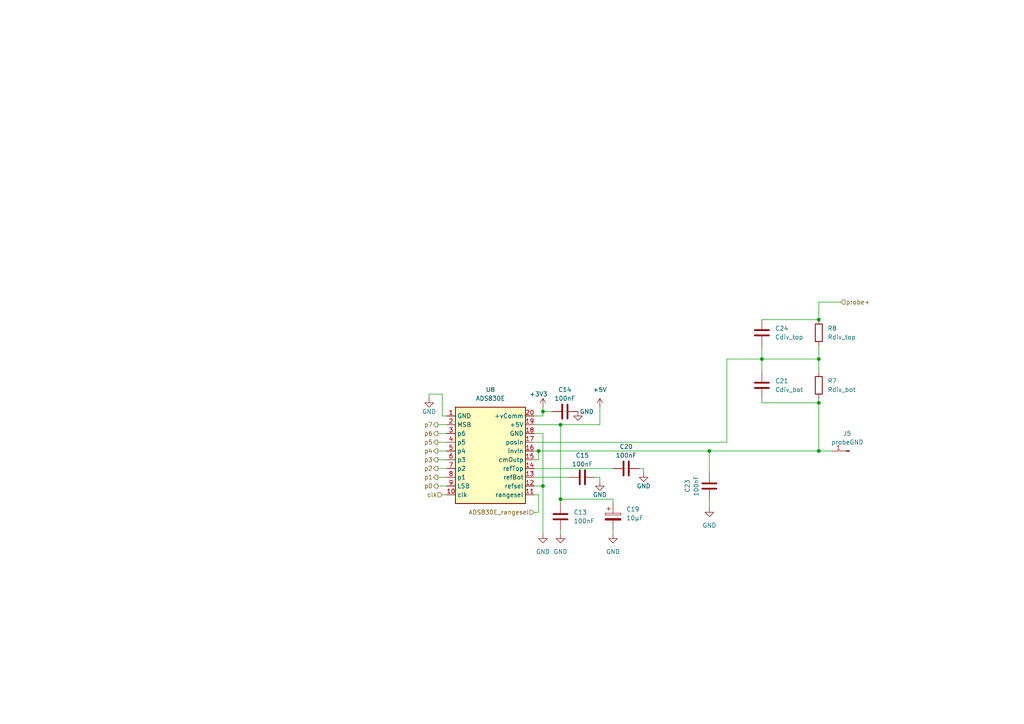
<source format=kicad_sch>
(kicad_sch (version 20211123) (generator eeschema)
  (paper "A4")
  (lib_symbols
    (symbol "Connector:Conn_01x01_Male" (pin_names (offset 1.016) hide)
      (property "Reference" "J" (at 0 2.54 0))
      (property "Value" "Conn_01x01_Male" (at 0 -2.54 0))
      (symbol "Conn_01x01_Male_1_1"
        (polyline (pts (xy 1.27 0) (xy 0.8636 0)) (stroke (width 0.1524)))
        (rectangle (start 0.8636 0.127) (end 0 -0.127) (stroke (width 0.1524)) (fill (type outline)))
        (pin passive line (at 5.08 0 180) (length 3.81) (name "Pin_1") (number "1"))
      )
    )
    (symbol "Device:C" (pin_numbers hide) (pin_names (offset 0.254))
      (property "Reference" "C" (at 0.635 2.54 0))
      (property "Value" "C" (at 0.635 -2.54 0))
      (symbol "C_0_1"
        (polyline (pts (xy -2.032 -0.762) (xy 2.032 -0.762)) (stroke (width 0.508)))
        (polyline (pts (xy -2.032 0.762) (xy 2.032 0.762)) (stroke (width 0.508)))
      )
      (symbol "C_1_1"
        (pin passive line (at 0 3.81 270) (length 2.794) (name "~") (number "1"))
        (pin passive line (at 0 -3.81 90) (length 2.794) (name "~") (number "2"))
      )
    )
    (symbol "Device:C_Polarized" (pin_numbers hide) (pin_names (offset 0.254))
      (property "Reference" "C" (at 0.635 2.54 0))
      (property "Value" "C_Polarized" (at 0.635 -2.54 0))
      (symbol "C_Polarized_0_1"
        (rectangle (start -2.286 0.508) (end 2.286 1.016))
        (polyline (pts (xy -1.778 2.286) (xy -0.762 2.286)))
        (polyline (pts (xy -1.27 2.794) (xy -1.27 1.778)))
        (rectangle (start 2.286 -0.508) (end -2.286 -1.016) (fill (type outline)))
      )
      (symbol "C_Polarized_1_1"
        (pin passive line (at 0 3.81 270) (length 2.794) (name "~") (number "1"))
        (pin passive line (at 0 -3.81 90) (length 2.794) (name "~") (number "2"))
      )
    )
    (symbol "Device:R" (pin_numbers hide) (pin_names (offset 0))
      (property "Reference" "R" (at 2.032 0 90))
      (property "Value" "R" (at 0 0 90))
      (symbol "R_0_1"
        (rectangle (start -1.016 -2.54) (end 1.016 2.54) (stroke (width 0.254)))
      )
      (symbol "R_1_1"
        (pin passive line (at 0 3.81 270) (length 1.27) (name "~") (number "1"))
        (pin passive line (at 0 -3.81 90) (length 1.27) (name "~") (number "2"))
      )
    )
    (symbol "customStuff:ADS830E"
      (property "Reference" "U" (at 0 -15.24 0))
      (property "Value" "ADS830E" (at 0 -17.78 0))
      (symbol "ADS830E_0_1"
        (rectangle (start -10.16 13.97) (end 10.16 -13.97) (stroke (width 0.254)) (fill (type background)))
      )
      (symbol "ADS830E_1_1"
        (pin power_in line (at -12.7 11.43 0) (length 2.54) (name "GND") (number "1"))
        (pin input line (at -12.7 -11.43 0) (length 2.54) (name "clk") (number "10"))
        (pin input line (at 12.7 -11.43 180) (length 2.54) (name "rangesel") (number "11"))
        (pin input line (at 12.7 -8.89 180) (length 2.54) (name "refsel") (number "12"))
        (pin bidirectional line (at 12.7 -6.35 180) (length 2.54) (name "refBot") (number "13"))
        (pin bidirectional line (at 12.7 -3.81 180) (length 2.54) (name "refTop") (number "14"))
        (pin output line (at 12.7 -1.27 180) (length 2.54) (name "cmOutp") (number "15"))
        (pin input line (at 12.7 1.27 180) (length 2.54) (name "invIn") (number "16"))
        (pin input line (at 12.7 3.81 180) (length 2.54) (name "posIn") (number "17"))
        (pin power_in line (at 12.7 6.35 180) (length 2.54) (name "GND") (number "18"))
        (pin power_in line (at 12.7 8.89 180) (length 2.54) (name "+5V") (number "19"))
        (pin output line (at -12.7 8.89 0) (length 2.54) (name "MSB") (number "2"))
        (pin power_in line (at 12.7 11.43 180) (length 2.54) (name "+vComm") (number "20"))
        (pin output line (at -12.7 6.35 0) (length 2.54) (name "p6") (number "3"))
        (pin output line (at -12.7 3.81 0) (length 2.54) (name "p5") (number "4"))
        (pin output line (at -12.7 1.27 0) (length 2.54) (name "p4") (number "5"))
        (pin output line (at -12.7 -1.27 0) (length 2.54) (name "p3") (number "6"))
        (pin output line (at -12.7 -3.81 0) (length 2.54) (name "p2") (number "7"))
        (pin output line (at -12.7 -6.35 0) (length 2.54) (name "p1") (number "8"))
        (pin output line (at -12.7 -8.89 0) (length 2.54) (name "LSB") (number "9"))
      )
    )
    (symbol "power:+3.3V" (power) (pin_names (offset 0))
      (property "Value" "+3.3V" (at 0 3.556 0))
      (symbol "+3.3V_0_1"
        (polyline (pts (xy -0.762 1.27) (xy 0 2.54)))
        (polyline (pts (xy 0 0) (xy 0 2.54)))
        (polyline (pts (xy 0 2.54) (xy 0.762 1.27)))
      )
      (symbol "+3.3V_1_1"
        (pin power_in line (at 0 0 90) (length 0) hide (name "+3V3") (number "1"))
      )
    )
    (symbol "power:+5V" (power) (pin_names (offset 0))
      (property "Value" "+5V" (at 0 3.556 0))
      (symbol "+5V_0_1"
        (polyline (pts (xy -0.762 1.27) (xy 0 2.54)))
        (polyline (pts (xy 0 0) (xy 0 2.54)))
        (polyline (pts (xy 0 2.54) (xy 0.762 1.27)))
      )
      (symbol "+5V_1_1"
        (pin power_in line (at 0 0 90) (length 0) hide (name "+5V") (number "1"))
      )
    )
    (symbol "power:GND" (power) (pin_names (offset 0))
      (property "Value" "GND" (at 0 -3.81 0))
      (symbol "GND_0_1"
        (polyline (pts (xy 0 0) (xy 0 -1.27) (xy 1.27 -1.27) (xy 0 -2.54) (xy -1.27 -1.27) (xy 0 -1.27)))
      )
      (symbol "GND_1_1"
        (pin power_in line (at 0 0 270) (length 0) hide (name "GND") (number "1"))
      )
    )
  )
  (junction (at 237.49 130.81))
  (junction (at 237.49 116.84))
  (junction (at 157.48 140.97))
  (junction (at 162.56 123.19))
  (junction (at 237.49 92.71))
  (junction (at 220.98 104.14))
  (junction (at 162.56 144.78))
  (junction (at 156.21 130.81))
  (junction (at 237.49 104.14))
  (junction (at 205.74 130.81))
  (junction (at 157.48 119.38))
  (wire (pts (xy 124.46 115.57) (xy 124.46 114.3)))
  (wire (pts (xy 237.49 116.84) (xy 237.49 130.81)))
  (wire (pts (xy 128.27 114.3) (xy 128.27 120.65)))
  (wire (pts (xy 237.49 100.33) (xy 237.49 104.14)))
  (wire (pts (xy 156.21 133.35) (xy 154.94 133.35)))
  (wire (pts (xy 210.82 104.14) (xy 220.98 104.14)))
  (wire (pts (xy 127 133.35) (xy 129.54 133.35)))
  (wire (pts (xy 127 135.89) (xy 129.54 135.89)))
  (wire (pts (xy 154.94 123.19) (xy 162.56 123.19)))
  (wire (pts (xy 157.48 140.97) (xy 157.48 154.94)))
  (wire (pts (xy 210.82 128.27) (xy 210.82 104.14)))
  (wire (pts (xy 156.21 130.81) (xy 205.74 130.81)))
  (wire (pts (xy 154.94 128.27) (xy 210.82 128.27)))
  (wire (pts (xy 237.49 107.95) (xy 237.49 104.14)))
  (wire (pts (xy 162.56 146.05) (xy 162.56 144.78)))
  (wire (pts (xy 162.56 144.78) (xy 162.56 123.19)))
  (wire (pts (xy 127 123.19) (xy 129.54 123.19)))
  (wire (pts (xy 220.98 116.84) (xy 220.98 115.57)))
  (wire (pts (xy 162.56 153.67) (xy 162.56 154.94)))
  (wire (pts (xy 220.98 100.33) (xy 220.98 104.14)))
  (wire (pts (xy 128.27 120.65) (xy 129.54 120.65)))
  (wire (pts (xy 160.02 119.38) (xy 157.48 119.38)))
  (wire (pts (xy 157.48 120.65) (xy 154.94 120.65)))
  (wire (pts (xy 220.98 107.95) (xy 220.98 104.14)))
  (wire (pts (xy 173.99 139.7) (xy 173.99 138.43)))
  (wire (pts (xy 127 128.27) (xy 129.54 128.27)))
  (wire (pts (xy 157.48 118.11) (xy 157.48 119.38)))
  (wire (pts (xy 237.49 116.84) (xy 237.49 115.57)))
  (wire (pts (xy 173.99 138.43) (xy 172.72 138.43)))
  (wire (pts (xy 186.69 135.89) (xy 186.69 137.16)))
  (wire (pts (xy 185.42 135.89) (xy 186.69 135.89)))
  (wire (pts (xy 205.74 137.16) (xy 205.74 130.81)))
  (wire (pts (xy 154.94 140.97) (xy 157.48 140.97)))
  (wire (pts (xy 165.1 138.43) (xy 154.94 138.43)))
  (wire (pts (xy 156.21 130.81) (xy 156.21 133.35)))
  (wire (pts (xy 243.84 87.63) (xy 237.49 87.63)))
  (wire (pts (xy 157.48 119.38) (xy 157.48 120.65)))
  (wire (pts (xy 157.48 125.73) (xy 157.48 140.97)))
  (wire (pts (xy 156.21 130.81) (xy 154.94 130.81)))
  (wire (pts (xy 156.21 143.51) (xy 156.21 148.59)))
  (wire (pts (xy 220.98 116.84) (xy 237.49 116.84)))
  (wire (pts (xy 220.98 104.14) (xy 237.49 104.14)))
  (wire (pts (xy 162.56 144.78) (xy 177.8 144.78)))
  (wire (pts (xy 173.99 123.19) (xy 173.99 118.11)))
  (wire (pts (xy 237.49 87.63) (xy 237.49 92.71)))
  (wire (pts (xy 237.49 92.71) (xy 220.98 92.71)))
  (wire (pts (xy 205.74 147.32) (xy 205.74 144.78)))
  (wire (pts (xy 154.94 125.73) (xy 157.48 125.73)))
  (wire (pts (xy 162.56 123.19) (xy 173.99 123.19)))
  (wire (pts (xy 154.94 143.51) (xy 156.21 143.51)))
  (wire (pts (xy 127 130.81) (xy 129.54 130.81)))
  (wire (pts (xy 237.49 130.81) (xy 241.3 130.81)))
  (wire (pts (xy 124.46 114.3) (xy 128.27 114.3)))
  (wire (pts (xy 177.8 153.67) (xy 177.8 154.94)))
  (wire (pts (xy 127 125.73) (xy 129.54 125.73)))
  (wire (pts (xy 128.27 143.51) (xy 129.54 143.51)))
  (wire (pts (xy 177.8 144.78) (xy 177.8 146.05)))
  (wire (pts (xy 205.74 130.81) (xy 237.49 130.81)))
  (wire (pts (xy 127 140.97) (xy 129.54 140.97)))
  (wire (pts (xy 156.21 148.59) (xy 154.94 148.59)))
  (wire (pts (xy 177.8 135.89) (xy 154.94 135.89)))
  (wire (pts (xy 127 138.43) (xy 129.54 138.43)))
  (hierarchical_label "ADS830E_rangesel" (shape input) (at 154.94 148.59 180))
  (hierarchical_label "p2" (shape output) (at 127 135.89 180))
  (hierarchical_label "p0" (shape output) (at 127 140.97 180))
  (hierarchical_label "p5" (shape output) (at 127 128.27 180))
  (hierarchical_label "probe+" (shape input) (at 243.84 87.63 0))
  (hierarchical_label "p7" (shape output) (at 127 123.19 180))
  (hierarchical_label "p1" (shape output) (at 127 138.43 180))
  (hierarchical_label "clk" (shape input) (at 128.27 143.51 180))
  (hierarchical_label "p3" (shape output) (at 127 133.35 180))
  (hierarchical_label "p4" (shape output) (at 127 130.81 180))
  (hierarchical_label "p6" (shape output) (at 127 125.73 180))
  (symbol (lib_id "Device:C") (at 162.56 149.86 0)
    (property "Reference" "C13" (at 166.37 148.5899 0) (effects (justify left)))
    (property "Value" "100nF" (at 166.37 151.1299 0) (effects (justify left)))
    (property "Footprint" "customStuff:universalMixed" (effects hide))
  )
  (symbol (lib_id "power:GND") (at 157.48 154.94 0)
    (property "Reference" "#PWR0151" (effects hide))
    (property "Value" "GND" (at 157.48 160.02 0))
  )
  (symbol (lib_id "power:GND") (at 177.8 154.94 0)
    (property "Reference" "#PWR0144" (effects hide))
    (property "Value" "GND" (at 177.8 160.02 0))
  )
  (symbol (lib_id "Device:C") (at 205.74 140.97 180)
    (property "Reference" "C23" (at 199.39 140.97 90))
    (property "Value" "100nF" (at 201.93 140.97 90))
    (property "Footprint" "customStuff:universalMixed" (effects hide))
  )
  (symbol (lib_id "power:GND") (at 205.74 147.32 0)
    (property "Reference" "#PWR0141" (effects hide))
    (property "Value" "GND" (at 205.74 152.4 0))
  )
  (symbol (lib_id "power:GND") (at 186.69 137.16 0)
    (property "Reference" "#PWR0139" (effects hide))
    (property "Value" "GND" (at 186.69 140.97 0))
  )
  (symbol (lib_id "Device:C") (at 181.61 135.89 90)
    (property "Reference" "C20" (at 181.61 129.54 90))
    (property "Value" "100nF" (at 181.61 132.08 90))
    (property "Footprint" "customStuff:universalMixed" (effects hide))
  )
  (symbol (lib_id "Device:C") (at 220.98 96.52 0)
    (property "Reference" "C24" (at 224.79 95.2499 0) (effects (justify left)))
    (property "Value" "Cdiv_top" (at 224.79 97.7899 0) (effects (justify left)))
    (property "Footprint" "customStuff:universalMixed" (effects hide))
  )
  (symbol (lib_id "Device:C") (at 163.83 119.38 90)
    (property "Reference" "C14" (at 163.83 113.03 90))
    (property "Value" "100nF" (at 163.83 115.57 90))
    (property "Footprint" "customStuff:universalMixed" (effects hide))
  )
  (symbol (lib_id "Device:C") (at 220.98 111.76 0)
    (property "Reference" "C21" (at 224.79 110.4899 0) (effects (justify left)))
    (property "Value" "Cdiv_bot" (at 224.79 113.0299 0) (effects (justify left)))
    (property "Footprint" "customStuff:universalMixed" (effects hide))
  )
  (symbol (lib_id "Device:C") (at 168.91 138.43 90)
    (property "Reference" "C15" (at 168.91 132.08 90))
    (property "Value" "100nF" (at 168.91 134.62 90))
    (property "Footprint" "customStuff:universalMixed" (effects hide))
  )
  (symbol (lib_id "Connector:Conn_01x01_Male") (at 246.38 130.81 180)
    (property "Reference" "J5" (at 245.745 125.73 0))
    (property "Value" "probeGND" (at 245.745 128.27 0))
    (property "Footprint" "Connector_Wire:SolderWire-0.5sqmm_1x01_D0.9mm_OD2.1mm_Relief" (effects hide))
  )
  (symbol (lib_id "power:+3.3V") (at 157.48 118.11 0)
    (property "Reference" "#PWR0148" (effects hide))
    (property "Value" "+3.3V" (at 156.21 114.3 0))
  )
  (symbol (lib_id "customStuff:ADS830E") (at 142.24 132.08 0)
    (property "Reference" "U8" (at 142.24 113.03 0))
    (property "Value" "ADS830E" (at 142.24 115.57 0))
    (property "Footprint" "customStuff:QSOP-20 hand solder" (effects hide))
  )
  (symbol (lib_id "Device:C_Polarized") (at 177.8 149.86 0)
    (property "Reference" "C19" (at 181.61 147.7009 0) (effects (justify left)))
    (property "Value" "10µF" (at 181.61 150.2409 0) (effects (justify left)))
    (property "Footprint" "customStuff:universalMixedElectrolyticCap" (effects hide))
  )
  (symbol (lib_id "power:GND") (at 167.64 119.38 0)
    (property "Reference" "#PWR0143" (effects hide))
    (property "Value" "GND" (at 170.18 119.38 0))
  )
  (symbol (lib_id "power:GND") (at 162.56 154.94 0)
    (property "Reference" "#PWR0150" (effects hide))
    (property "Value" "GND" (at 162.56 160.02 0))
  )
  (symbol (lib_id "power:GND") (at 173.99 139.7 0)
    (property "Reference" "#PWR0140" (effects hide))
    (property "Value" "GND" (at 173.99 143.51 0))
  )
  (symbol (lib_id "Device:R") (at 237.49 96.52 0) (mirror y)
    (property "Reference" "R8" (at 240.03 95.2499 0) (effects (justify right)))
    (property "Value" "Rdiv_top" (at 240.03 97.7899 0) (effects (justify right)))
    (property "Footprint" "customStuff:universalMixedLong" (effects hide))
  )
  (symbol (lib_id "Device:R") (at 237.49 111.76 0)
    (property "Reference" "R7" (at 240.03 110.4899 0) (effects (justify left)))
    (property "Value" "Rdiv_bot" (at 240.03 113.0299 0) (effects (justify left)))
    (property "Footprint" "customStuff:universalMixedLong" (effects hide))
  )
  (symbol (lib_id "power:GND") (at 124.46 115.57 0)
    (property "Reference" "#PWR0149" (effects hide))
    (property "Value" "GND" (at 124.46 119.38 0))
  )
  (symbol (lib_id "power:+5V") (at 173.99 118.11 0)
    (property "Reference" "#PWR0138" (effects hide))
    (property "Value" "+5V" (at 173.99 113.03 0))
  )
)
</source>
